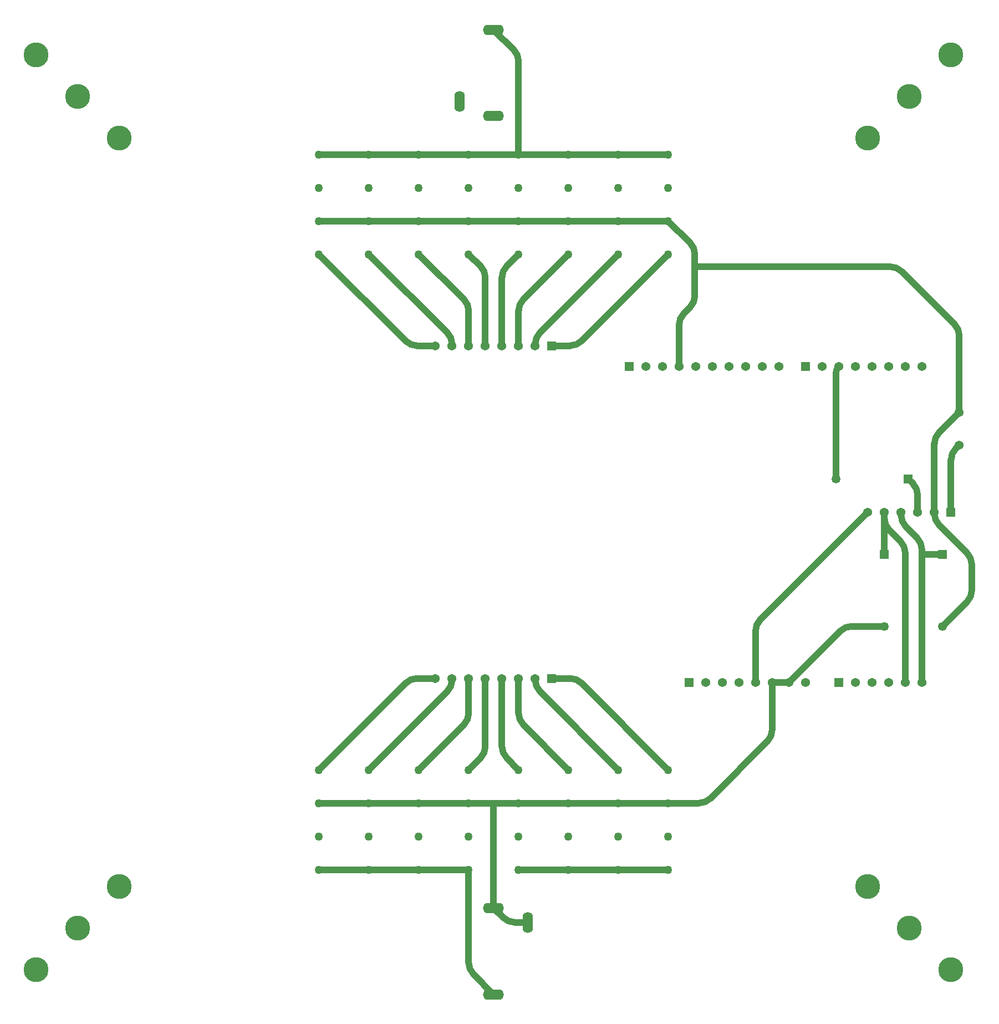
<source format=gbr>
%TF.GenerationSoftware,Altium Limited,Altium Designer,24.0.1 (36)*%
G04 Layer_Physical_Order=1*
G04 Layer_Color=255*
%FSLAX45Y45*%
%MOMM*%
%TF.SameCoordinates,866D2BB3-0181-4888-B1A9-34DB4857F756*%
%TF.FilePolarity,Positive*%
%TF.FileFunction,Copper,L1,Top,Signal*%
%TF.Part,Single*%
G01*
G75*
%TA.AperFunction,Conductor*%
%ADD10C,1.01600*%
%TA.AperFunction,ComponentPad*%
%ADD11C,1.27000*%
%ADD12R,1.37000X1.37000*%
%ADD13C,1.37000*%
%ADD14R,1.35000X1.35000*%
%ADD15C,1.35000*%
%ADD16C,1.37160*%
%ADD17R,1.35000X1.35000*%
%TA.AperFunction,WasherPad*%
%ADD18C,3.81000*%
%TA.AperFunction,ComponentPad*%
%ADD19O,3.20000X1.60000*%
%ADD20O,1.60000X3.20000*%
D10*
X5473409Y-1743800D02*
G03*
X5293804Y-1818195I0J-254000D01*
G01*
X4074894Y-1640106D02*
G03*
X4000499Y-1819711I179605J-179605D01*
G01*
X7228105Y-1373695D02*
G03*
X7302500Y-1194090I-179605J179605D01*
G01*
Y-803710D02*
G03*
X7228105Y-624105I-254000J0D01*
G01*
X6731000Y-21790D02*
G03*
X6805395Y-201395I254000J0D01*
G01*
X7059395Y971395D02*
G03*
X6985000Y791790I179605J-179605D01*
G01*
X6233895Y3672105D02*
G03*
X6054290Y3746500I-179605J-179605D01*
G01*
X7112000Y2688790D02*
G03*
X7037605Y2868395I-254000J0D01*
G01*
X6805395Y1217395D02*
G03*
X6731000Y1037790I179605J-179605D01*
G01*
X5270499Y2222501D02*
G03*
X5228500Y2121105I101396J-101396D01*
G01*
X6477000Y254290D02*
G03*
X6402605Y433895I-254000J0D01*
G01*
X6580575Y-643800D02*
G03*
X6540499Y-660400I0J-56676D01*
G01*
Y-575110D02*
G03*
X6466105Y-395505I-254000J0D01*
G01*
X5969000Y-97990D02*
G03*
X6043395Y-277595I254000J0D01*
G01*
X6223000Y-47190D02*
G03*
X6297395Y-226795I254000J0D01*
G01*
X6286499Y-625910D02*
G03*
X6212105Y-446305I-254000J0D01*
G01*
X381000Y-3069790D02*
G03*
X455395Y-3249395I254000J0D01*
G01*
X127000Y-3577790D02*
G03*
X201395Y-3757395I254000J0D01*
G01*
X-201395D02*
G03*
X-127000Y-3577790I-179605J179605D01*
G01*
X-455395Y-3249395D02*
G03*
X-381000Y-3069790I-179605J179605D01*
G01*
X-709395Y-2741395D02*
G03*
X-635000Y-2561790I-179605J179605D01*
G01*
X635000D02*
G03*
X709395Y-2741395I254000J0D01*
G01*
X1344395Y-2614395D02*
G03*
X1164790Y-2540000I-179605J-179605D01*
G01*
X-1164790D02*
G03*
X-1344395Y-2614395I0J-254000D01*
G01*
X4180105Y-3503395D02*
G03*
X4254499Y-3323790I-179605J179605D01*
G01*
X3133290Y-4445000D02*
G03*
X3312895Y-4370605I0J254000D01*
G01*
X145605Y-6191605D02*
G03*
X325210Y-6266000I179605J179605D01*
G01*
X-381000Y-6879790D02*
G03*
X-306605Y-7059395I254000J0D01*
G01*
X2906494Y3033494D02*
G03*
X2832099Y2853889I179605J-179605D01*
G01*
X2999005Y3126005D02*
G03*
X3073400Y3305610I-179605J179605D01*
G01*
Y3933390D02*
G03*
X2999005Y4112995I-254000J0D01*
G01*
X381000Y6879790D02*
G03*
X306605Y7059395I-254000J0D01*
G01*
X-381000Y3069790D02*
G03*
X-455395Y3249395I-254000J0D01*
G01*
X-127000Y3577790D02*
G03*
X-201395Y3757395I-254000J0D01*
G01*
X201395D02*
G03*
X127000Y3577790I179605J-179605D01*
G01*
X455395Y3249395D02*
G03*
X381000Y3069790I179605J-179605D01*
G01*
X709395Y2741395D02*
G03*
X635000Y2561790I179605J-179605D01*
G01*
X-635000D02*
G03*
X-709395Y2741395I-254000J0D01*
G01*
X1164790Y2540000D02*
G03*
X1344395Y2614395I0J254000D01*
G01*
X-1344395D02*
G03*
X-1164790Y2540000I179605J179605D01*
G01*
X5473409Y-1743800D02*
X5969000D01*
X4508499Y-2603499D02*
X5293804Y-1818195D01*
X4074894Y-1640106D02*
X5715000Y0D01*
X4000499Y-2603499D02*
Y-1819711D01*
X6858000Y-1743800D02*
X7228105Y-1373695D01*
X6985000Y0D02*
Y791790D01*
X7302500Y-1194090D02*
Y-803710D01*
X6805395Y-201395D02*
X7228105Y-624105D01*
X6731000Y0D02*
Y1037790D01*
Y-21790D02*
Y0D01*
X7059395Y971395D02*
X7112000Y1024000D01*
X3073400Y3746500D02*
Y3933390D01*
Y3305610D02*
Y3746500D01*
X6054290D01*
X6233895Y3672105D02*
X7037605Y2868395D01*
X6805395Y1217395D02*
X7112000Y1524000D01*
Y2688790D01*
X5228500Y508000D02*
Y2121105D01*
X6477000Y0D02*
Y254290D01*
X6328500Y508000D02*
X6402605Y433895D01*
X6540499Y-660400D02*
Y-575110D01*
Y-2603499D02*
Y-660400D01*
X6580575Y-643800D02*
X6858000D01*
X6043395Y-277595D02*
X6212105Y-446305D01*
X5969000Y-97990D02*
Y0D01*
Y-643800D02*
Y-97990D01*
X6223000Y-47190D02*
Y0D01*
X6297395Y-226795D02*
X6466105Y-395505D01*
X6286499Y-2603499D02*
Y-625910D01*
X455395Y-3249395D02*
X1143000Y-3937000D01*
X381000Y-3069790D02*
Y-2540000D01*
X201395Y-3757395D02*
X381000Y-3937000D01*
X127000Y-3577790D02*
Y-2540000D01*
X-381000Y-3937000D02*
X-201395Y-3757395D01*
X-127000Y-3577790D02*
Y-2540000D01*
X-1143000Y-3937000D02*
X-455395Y-3249395D01*
X-381000Y-3069790D02*
Y-2540000D01*
X-1905000Y-3937000D02*
X-709395Y-2741395D01*
X-635000Y-2561790D02*
Y-2540000D01*
X709395Y-2741395D02*
X1905000Y-3937000D01*
X635000Y-2561790D02*
Y-2540000D01*
X1344395Y-2614395D02*
X2667000Y-3937000D01*
X889000Y-2540000D02*
X1164790D01*
X-1164790D02*
X-889000D01*
X-2667000Y-3937000D02*
X-1344395Y-2614395D01*
X4254499Y-2603499D02*
X4508499D01*
X3312895Y-4370605D02*
X4180105Y-3503395D01*
X2667000Y-4445000D02*
X3133290D01*
X4254499Y-3323790D02*
Y-2603499D01*
X1905000Y-4445000D02*
X2667000D01*
X1143000D02*
X1905000D01*
X381000D02*
X1143000D01*
X0D02*
X381000D01*
X0Y-6046000D02*
X145605Y-6191605D01*
X-381000Y-4445000D02*
X0D01*
X-1143000D02*
X-381000D01*
X-1905000D02*
X-1143000D01*
X-2667000D02*
X-1905000D01*
X0Y-6046000D02*
Y-4445000D01*
X325210Y-6266000D02*
X520000D01*
X-381000Y-6879790D02*
Y-5461000D01*
X-306605Y-7059395D02*
X0Y-7366000D01*
X1905000Y-5461000D02*
X2667000D01*
X1143000D02*
X1905000D01*
X381000D02*
X1143000D01*
X-1143000D02*
X-381000D01*
X-1905000D02*
X-1143000D01*
X-2667000D02*
X-1905000D01*
X2832099Y2222501D02*
Y2853889D01*
X2906494Y3033494D02*
X2999005Y3126005D01*
X2667000Y4445000D02*
X2999005Y4112995D01*
X1905000Y4445000D02*
X2667000D01*
X1143000D02*
X1905000D01*
X381000D02*
X1143000D01*
X-381000D02*
X381000D01*
X-1143000D02*
X-381000D01*
X-1905000D02*
X-1143000D01*
X-2667000D02*
X-1905000D01*
X381000Y5461000D02*
Y6879790D01*
X0Y7366000D02*
X306605Y7059395D01*
X1905000Y5461000D02*
X2667000D01*
X1143000D02*
X1905000D01*
X381000D02*
X1143000D01*
X-381000D02*
X381000D01*
X-1143000D02*
X-381000D01*
X-1905000D02*
X-1143000D01*
X-2667000D02*
X-1905000D01*
X-1143000Y3937000D02*
X-455395Y3249395D01*
X-381000Y2540000D02*
Y3069790D01*
Y3937000D02*
X-201395Y3757395D01*
X-127000Y2540000D02*
Y3577790D01*
X201395Y3757395D02*
X381000Y3937000D01*
X127000Y2540000D02*
Y3577790D01*
X455395Y3249395D02*
X1143000Y3937000D01*
X381000Y2540000D02*
Y3069790D01*
X709395Y2741395D02*
X1905000Y3937000D01*
X635000Y2540000D02*
Y2561790D01*
X-1905000Y3937000D02*
X-709395Y2741395D01*
X-635000Y2540000D02*
Y2561790D01*
X1344395Y2614395D02*
X2667000Y3937000D01*
X889000Y2540000D02*
X1164790D01*
X-1164790D02*
X-889000D01*
X-2667000Y3937000D02*
X-1344395Y2614395D01*
D11*
X-381000Y-5461000D02*
D03*
Y-4953000D02*
D03*
Y-4445000D02*
D03*
Y-3937000D02*
D03*
X-2667000D02*
D03*
Y-4445000D02*
D03*
Y-4953000D02*
D03*
Y-5461000D02*
D03*
X-1143000D02*
D03*
Y-4953000D02*
D03*
Y-4445000D02*
D03*
Y-3937000D02*
D03*
X-1905000Y-5461000D02*
D03*
Y-4953000D02*
D03*
Y-4445000D02*
D03*
Y-3937000D02*
D03*
X2667000Y5461000D02*
D03*
Y4953000D02*
D03*
Y4445000D02*
D03*
Y3937000D02*
D03*
X1905000Y5461000D02*
D03*
Y4953000D02*
D03*
Y4445000D02*
D03*
Y3937000D02*
D03*
X1143000Y5461000D02*
D03*
Y4953000D02*
D03*
Y4445000D02*
D03*
Y3937000D02*
D03*
X381000Y5461000D02*
D03*
Y4953000D02*
D03*
Y4445000D02*
D03*
Y3937000D02*
D03*
X-381000Y5461000D02*
D03*
Y4953000D02*
D03*
Y4445000D02*
D03*
Y3937000D02*
D03*
X-1143000Y5461000D02*
D03*
Y4953000D02*
D03*
Y4445000D02*
D03*
Y3937000D02*
D03*
X-1905000Y5461000D02*
D03*
Y4953000D02*
D03*
Y4445000D02*
D03*
Y3937000D02*
D03*
X-2667000Y5461000D02*
D03*
Y4953000D02*
D03*
Y4445000D02*
D03*
Y3937000D02*
D03*
X1905000Y-5461000D02*
D03*
Y-4953000D02*
D03*
Y-4445000D02*
D03*
Y-3937000D02*
D03*
X381000Y-5461000D02*
D03*
Y-4953000D02*
D03*
Y-4445000D02*
D03*
Y-3937000D02*
D03*
X1143000Y-5461000D02*
D03*
Y-4953000D02*
D03*
Y-4445000D02*
D03*
Y-3937000D02*
D03*
X2667000Y-5461000D02*
D03*
Y-4953000D02*
D03*
Y-4445000D02*
D03*
Y-3937000D02*
D03*
D12*
X889000Y2540000D02*
D03*
Y-2540000D02*
D03*
X2984499Y-2603499D02*
D03*
X2070099Y2222501D02*
D03*
X5270499Y-2603499D02*
D03*
X6985000Y0D02*
D03*
X4762499Y2222501D02*
D03*
D13*
X635000Y2540000D02*
D03*
X381000D02*
D03*
X127000D02*
D03*
X-127000D02*
D03*
X-381000D02*
D03*
X-635000D02*
D03*
X-889000D02*
D03*
Y-2540000D02*
D03*
X-635000D02*
D03*
X-381000D02*
D03*
X-127000D02*
D03*
X127000D02*
D03*
X381000D02*
D03*
X635000D02*
D03*
X4762499Y-2603499D02*
D03*
X4508499D02*
D03*
X4254499D02*
D03*
X4000499D02*
D03*
X3746499D02*
D03*
X3492499D02*
D03*
X3238499D02*
D03*
X4356099Y2222501D02*
D03*
X4102099D02*
D03*
X3848099D02*
D03*
X3594099D02*
D03*
X3340099D02*
D03*
X3086099D02*
D03*
X2832099D02*
D03*
X2578099D02*
D03*
X2324099D02*
D03*
X6540499Y-2603499D02*
D03*
X6286499D02*
D03*
X6032499D02*
D03*
X5778499D02*
D03*
X5524499D02*
D03*
X6731000Y0D02*
D03*
X6477000D02*
D03*
X6223000D02*
D03*
X5969000D02*
D03*
X5715000D02*
D03*
X6540499Y2222501D02*
D03*
X6286499D02*
D03*
X6032499D02*
D03*
X5778499D02*
D03*
X5524499D02*
D03*
X5270499D02*
D03*
X5016499D02*
D03*
D14*
X6858000Y-643800D02*
D03*
X5969000D02*
D03*
D15*
X6858000Y-1743800D02*
D03*
X5969000D02*
D03*
X5228500Y508000D02*
D03*
D16*
X7112000Y1024000D02*
D03*
Y1524000D02*
D03*
D17*
X6328500Y508000D02*
D03*
D18*
X-6985000Y6985000D02*
D03*
X6985000D02*
D03*
Y-6985000D02*
D03*
X-6985000D02*
D03*
X-6350000Y-6350000D02*
D03*
X6350000D02*
D03*
Y6350000D02*
D03*
X-6350000D02*
D03*
X-5715000Y5715000D02*
D03*
X5715000D02*
D03*
Y-5715000D02*
D03*
X-5715000D02*
D03*
D19*
X0Y-7366000D02*
D03*
Y-6046000D02*
D03*
Y7366000D02*
D03*
Y6046000D02*
D03*
D20*
X520000Y-6266000D02*
D03*
X-520000Y6266000D02*
D03*
%TF.MD5,fd9898f403104538e34d4f9e8d88fb8b*%
M02*

</source>
